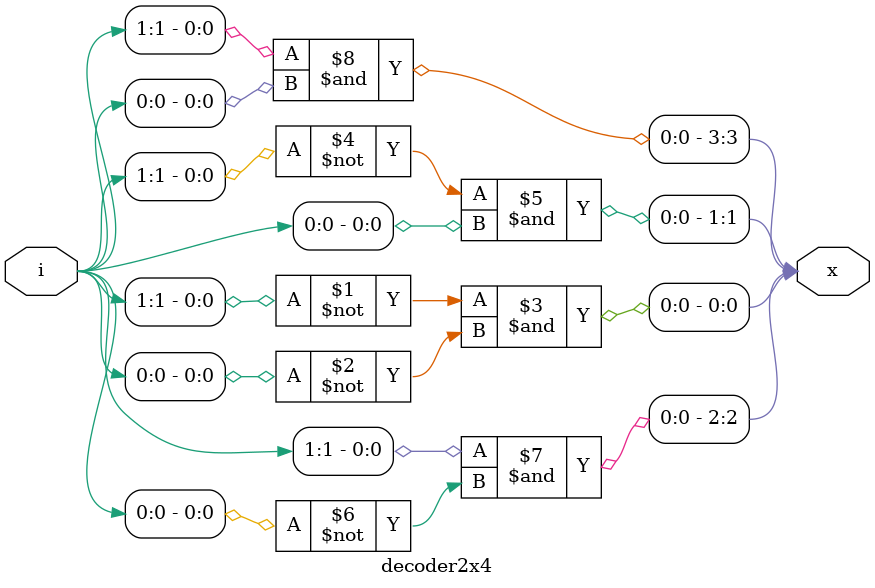
<source format=v>
module decoder2x4(output [3:0]x,input [1:0]i);
	assign x[0] = (~i[1] & ~i[0]);
	assign x[1] = (~i[1] & i[0]);
	assign x[2] = (i[1] & ~i[0]);
	assign x[3] = (i[1] & i[0]);
endmodule 
</source>
